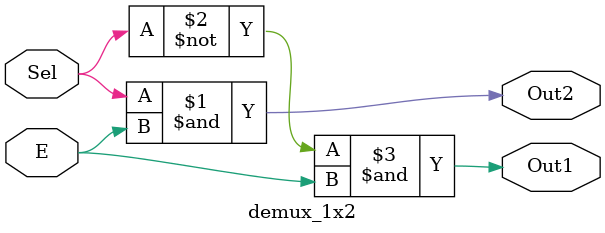
<source format=v>

module demux_1x4(Sel, E, Out4, Out3, Out2, Out1);
	input [1:0] Sel;
	input E;
	output Out1, Out2, Out3, Out4;

	wire W0, W1, W2, W3;

	demux_1x2 d0(.Sel(Sel[1]), .E(E), .Out2(W0), .Out1(W1));

	demux_1x2 d2(.Sel(Sel[0]), .E(W0), .Out2(Out4), .Out1(Out3));
	demux_1x2 d1(.Sel(Sel[0]), .E(W1), .Out2(Out2), .Out1(Out1));

endmodule

module demux_1x2(Sel, E, Out2, Out1);
  input Sel, E;
  output Out2, Out1;

  and and1(Out2, Sel, E);
  and and2(Out1, ~Sel, E);
endmodule
</source>
